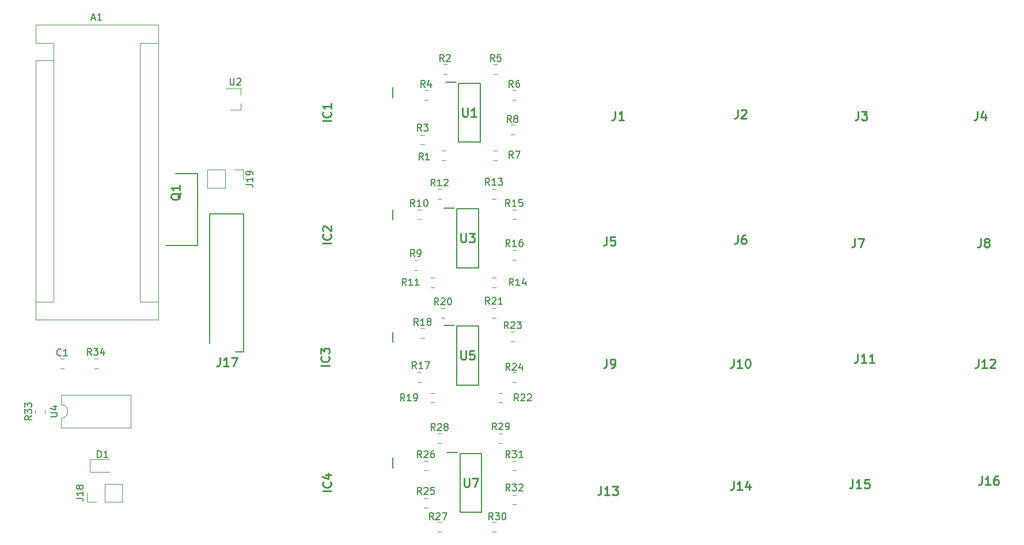
<source format=gbr>
%TF.GenerationSoftware,KiCad,Pcbnew,(5.1.7)-1*%
%TF.CreationDate,2020-10-31T18:56:12+01:00*%
%TF.ProjectId,MidiToCV,4d696469-546f-4435-962e-6b696361645f,rev?*%
%TF.SameCoordinates,Original*%
%TF.FileFunction,Legend,Top*%
%TF.FilePolarity,Positive*%
%FSLAX46Y46*%
G04 Gerber Fmt 4.6, Leading zero omitted, Abs format (unit mm)*
G04 Created by KiCad (PCBNEW (5.1.7)-1) date 2020-10-31 18:56:12*
%MOMM*%
%LPD*%
G01*
G04 APERTURE LIST*
%ADD10C,0.200000*%
%ADD11C,0.120000*%
%ADD12C,0.254000*%
%ADD13C,0.150000*%
G04 APERTURE END LIST*
D10*
%TO.C,Q1*%
X57750000Y-46560000D02*
X62450000Y-46560000D01*
X62450000Y-46560000D02*
X62450000Y-36020000D01*
X62450000Y-36020000D02*
X59250000Y-36020000D01*
D11*
%TO.C,J19*%
X63880000Y-35420000D02*
X63880000Y-38080000D01*
X66480000Y-35420000D02*
X63880000Y-35420000D01*
X66480000Y-38080000D02*
X63880000Y-38080000D01*
X66480000Y-35420000D02*
X66480000Y-38080000D01*
X67750000Y-35420000D02*
X69080000Y-35420000D01*
X69080000Y-35420000D02*
X69080000Y-36750000D01*
%TO.C,U4*%
X42360000Y-70000000D02*
G75*
G02*
X42360000Y-72000000I0J-1000000D01*
G01*
X42360000Y-72000000D02*
X42360000Y-73450000D01*
X42360000Y-73450000D02*
X52640000Y-73450000D01*
X52640000Y-73450000D02*
X52640000Y-68550000D01*
X52640000Y-68550000D02*
X42360000Y-68550000D01*
X42360000Y-68550000D02*
X42360000Y-70000000D01*
%TO.C,R34*%
X47761252Y-64710000D02*
X47238748Y-64710000D01*
X47761252Y-63290000D02*
X47238748Y-63290000D01*
%TO.C,R33*%
X38540000Y-71286252D02*
X38540000Y-70763748D01*
X39960000Y-71286252D02*
X39960000Y-70763748D01*
%TO.C,J18*%
X51370000Y-84330000D02*
X51370000Y-81670000D01*
X48770000Y-84330000D02*
X51370000Y-84330000D01*
X48770000Y-81670000D02*
X51370000Y-81670000D01*
X48770000Y-84330000D02*
X48770000Y-81670000D01*
X47500000Y-84330000D02*
X46170000Y-84330000D01*
X46170000Y-84330000D02*
X46170000Y-83000000D01*
D10*
%TO.C,J17*%
X68000000Y-62270000D02*
X69210000Y-62270000D01*
X69210000Y-62270000D02*
X69210000Y-41950000D01*
X69210000Y-41950000D02*
X64250000Y-41950000D01*
X64250000Y-41950000D02*
X64250000Y-61000000D01*
D11*
%TO.C,D1*%
X49475000Y-78040000D02*
X46615000Y-78040000D01*
X46615000Y-78040000D02*
X46615000Y-79960000D01*
X46615000Y-79960000D02*
X49475000Y-79960000D01*
%TO.C,C1*%
X42263748Y-63290000D02*
X42786252Y-63290000D01*
X42263748Y-64710000D02*
X42786252Y-64710000D01*
%TO.C,U2*%
X68760000Y-26580000D02*
X68760000Y-25650000D01*
X68760000Y-23420000D02*
X68760000Y-24350000D01*
X68760000Y-23420000D02*
X66600000Y-23420000D01*
X68760000Y-26580000D02*
X67300000Y-26580000D01*
D10*
%TO.C,IC4*%
X91150000Y-77825000D02*
X91150000Y-79300000D01*
%TO.C,IC3*%
X91150000Y-59325000D02*
X91150000Y-60800000D01*
%TO.C,IC2*%
X91150000Y-41325000D02*
X91150000Y-42800000D01*
%TO.C,IC1*%
X91150000Y-23325000D02*
X91150000Y-24800000D01*
%TO.C,U7*%
X101005000Y-77190000D02*
X104205000Y-77190000D01*
X104205000Y-77190000D02*
X104205000Y-85840000D01*
X104205000Y-85840000D02*
X101005000Y-85840000D01*
X101005000Y-85840000D02*
X101005000Y-77190000D01*
X99130000Y-77030000D02*
X100655000Y-77030000D01*
%TO.C,U5*%
X100525000Y-58460000D02*
X103725000Y-58460000D01*
X103725000Y-58460000D02*
X103725000Y-67110000D01*
X103725000Y-67110000D02*
X100525000Y-67110000D01*
X100525000Y-67110000D02*
X100525000Y-58460000D01*
X98650000Y-58300000D02*
X100175000Y-58300000D01*
%TO.C,U3*%
X100525000Y-41190000D02*
X103725000Y-41190000D01*
X103725000Y-41190000D02*
X103725000Y-49840000D01*
X103725000Y-49840000D02*
X100525000Y-49840000D01*
X100525000Y-49840000D02*
X100525000Y-41190000D01*
X98650000Y-41030000D02*
X100175000Y-41030000D01*
D11*
%TO.C,R32*%
X109261252Y-84710000D02*
X108738748Y-84710000D01*
X109261252Y-83290000D02*
X108738748Y-83290000D01*
%TO.C,R31*%
X108738748Y-78290000D02*
X109261252Y-78290000D01*
X108738748Y-79710000D02*
X109261252Y-79710000D01*
%TO.C,R30*%
X105738748Y-87290000D02*
X106261252Y-87290000D01*
X105738748Y-88710000D02*
X106261252Y-88710000D01*
%TO.C,R29*%
X107261252Y-75710000D02*
X106738748Y-75710000D01*
X107261252Y-74290000D02*
X106738748Y-74290000D01*
%TO.C,R28*%
X97738748Y-74290000D02*
X98261252Y-74290000D01*
X97738748Y-75710000D02*
X98261252Y-75710000D01*
%TO.C,R27*%
X98261252Y-88710000D02*
X97738748Y-88710000D01*
X98261252Y-87290000D02*
X97738748Y-87290000D01*
%TO.C,R26*%
X95738748Y-78290000D02*
X96261252Y-78290000D01*
X95738748Y-79710000D02*
X96261252Y-79710000D01*
%TO.C,R25*%
X96261252Y-85210000D02*
X95738748Y-85210000D01*
X96261252Y-83790000D02*
X95738748Y-83790000D01*
%TO.C,R24*%
X109261252Y-66710000D02*
X108738748Y-66710000D01*
X109261252Y-65290000D02*
X108738748Y-65290000D01*
%TO.C,R23*%
X108488748Y-59290000D02*
X109011252Y-59290000D01*
X108488748Y-60710000D02*
X109011252Y-60710000D01*
%TO.C,R22*%
X106738748Y-68290000D02*
X107261252Y-68290000D01*
X106738748Y-69710000D02*
X107261252Y-69710000D01*
%TO.C,R21*%
X106261252Y-57210000D02*
X105738748Y-57210000D01*
X106261252Y-55790000D02*
X105738748Y-55790000D01*
%TO.C,R20*%
X98238748Y-55790000D02*
X98761252Y-55790000D01*
X98238748Y-57210000D02*
X98761252Y-57210000D01*
%TO.C,R19*%
X97261252Y-69710000D02*
X96738748Y-69710000D01*
X97261252Y-68290000D02*
X96738748Y-68290000D01*
%TO.C,R18*%
X95238748Y-58790000D02*
X95761252Y-58790000D01*
X95238748Y-60210000D02*
X95761252Y-60210000D01*
%TO.C,R17*%
X95261252Y-66710000D02*
X94738748Y-66710000D01*
X95261252Y-65290000D02*
X94738748Y-65290000D01*
%TO.C,R16*%
X109261252Y-48710000D02*
X108738748Y-48710000D01*
X109261252Y-47290000D02*
X108738748Y-47290000D01*
%TO.C,R15*%
X108713748Y-41290000D02*
X109236252Y-41290000D01*
X108713748Y-42710000D02*
X109236252Y-42710000D01*
%TO.C,R14*%
X105738748Y-51290000D02*
X106261252Y-51290000D01*
X105738748Y-52710000D02*
X106261252Y-52710000D01*
%TO.C,R13*%
X106261252Y-39710000D02*
X105738748Y-39710000D01*
X106261252Y-38290000D02*
X105738748Y-38290000D01*
%TO.C,R12*%
X97738748Y-38290000D02*
X98261252Y-38290000D01*
X97738748Y-39710000D02*
X98261252Y-39710000D01*
%TO.C,R11*%
X97261252Y-52710000D02*
X96738748Y-52710000D01*
X97261252Y-51290000D02*
X96738748Y-51290000D01*
%TO.C,R10*%
X94738748Y-41290000D02*
X95261252Y-41290000D01*
X94738748Y-42710000D02*
X95261252Y-42710000D01*
%TO.C,R9*%
X94761252Y-50210000D02*
X94238748Y-50210000D01*
X94761252Y-48790000D02*
X94238748Y-48790000D01*
D10*
%TO.C,U1*%
X98905000Y-22505000D02*
X100430000Y-22505000D01*
X100780000Y-31315000D02*
X100780000Y-22665000D01*
X103980000Y-31315000D02*
X100780000Y-31315000D01*
X103980000Y-22665000D02*
X103980000Y-31315000D01*
X100780000Y-22665000D02*
X103980000Y-22665000D01*
D11*
%TO.C,R8*%
X108991252Y-30240000D02*
X108468748Y-30240000D01*
X108991252Y-28820000D02*
X108468748Y-28820000D01*
%TO.C,R7*%
X105928748Y-32630000D02*
X106451252Y-32630000D01*
X105928748Y-34050000D02*
X106451252Y-34050000D01*
%TO.C,R6*%
X108738748Y-23740000D02*
X109261252Y-23740000D01*
X108738748Y-25160000D02*
X109261252Y-25160000D01*
%TO.C,R5*%
X106451252Y-21350000D02*
X105928748Y-21350000D01*
X106451252Y-19930000D02*
X105928748Y-19930000D01*
%TO.C,R4*%
X95768748Y-23740000D02*
X96291252Y-23740000D01*
X95768748Y-25160000D02*
X96291252Y-25160000D01*
%TO.C,R3*%
X95761252Y-31710000D02*
X95238748Y-31710000D01*
X95761252Y-30290000D02*
X95238748Y-30290000D01*
%TO.C,R2*%
X98553748Y-19930000D02*
X99076252Y-19930000D01*
X98553748Y-21350000D02*
X99076252Y-21350000D01*
%TO.C,R1*%
X98831252Y-34050000D02*
X98308748Y-34050000D01*
X98831252Y-32630000D02*
X98308748Y-32630000D01*
%TO.C,A1*%
X41270000Y-19270000D02*
X41270000Y-16730000D01*
X41270000Y-16730000D02*
X38600000Y-16730000D01*
X38600000Y-19270000D02*
X38600000Y-57500000D01*
X38600000Y-14060000D02*
X38600000Y-16730000D01*
X53970000Y-16730000D02*
X56640000Y-16730000D01*
X53970000Y-16730000D02*
X53970000Y-54830000D01*
X53970000Y-54830000D02*
X56640000Y-54830000D01*
X41270000Y-19270000D02*
X38600000Y-19270000D01*
X41270000Y-19270000D02*
X41270000Y-54830000D01*
X41270000Y-54830000D02*
X38600000Y-54830000D01*
X38600000Y-57500000D02*
X56640000Y-57500000D01*
X56640000Y-57500000D02*
X56640000Y-14060000D01*
X56640000Y-14060000D02*
X38600000Y-14060000D01*
%TO.C,J14*%
D12*
X141221904Y-81304523D02*
X141221904Y-82211666D01*
X141161428Y-82393095D01*
X141040476Y-82514047D01*
X140859047Y-82574523D01*
X140738095Y-82574523D01*
X142491904Y-82574523D02*
X141766190Y-82574523D01*
X142129047Y-82574523D02*
X142129047Y-81304523D01*
X142008095Y-81485952D01*
X141887142Y-81606904D01*
X141766190Y-81667380D01*
X143580476Y-81727857D02*
X143580476Y-82574523D01*
X143278095Y-81244047D02*
X142975714Y-82151190D01*
X143761904Y-82151190D01*
%TO.C,J10*%
X141221904Y-63304523D02*
X141221904Y-64211666D01*
X141161428Y-64393095D01*
X141040476Y-64514047D01*
X140859047Y-64574523D01*
X140738095Y-64574523D01*
X142491904Y-64574523D02*
X141766190Y-64574523D01*
X142129047Y-64574523D02*
X142129047Y-63304523D01*
X142008095Y-63485952D01*
X141887142Y-63606904D01*
X141766190Y-63667380D01*
X143278095Y-63304523D02*
X143399047Y-63304523D01*
X143520000Y-63365000D01*
X143580476Y-63425476D01*
X143640952Y-63546428D01*
X143701428Y-63788333D01*
X143701428Y-64090714D01*
X143640952Y-64332619D01*
X143580476Y-64453571D01*
X143520000Y-64514047D01*
X143399047Y-64574523D01*
X143278095Y-64574523D01*
X143157142Y-64514047D01*
X143096666Y-64453571D01*
X143036190Y-64332619D01*
X142975714Y-64090714D01*
X142975714Y-63788333D01*
X143036190Y-63546428D01*
X143096666Y-63425476D01*
X143157142Y-63365000D01*
X143278095Y-63304523D01*
%TO.C,J6*%
X141826666Y-45054523D02*
X141826666Y-45961666D01*
X141766190Y-46143095D01*
X141645238Y-46264047D01*
X141463809Y-46324523D01*
X141342857Y-46324523D01*
X142975714Y-45054523D02*
X142733809Y-45054523D01*
X142612857Y-45115000D01*
X142552380Y-45175476D01*
X142431428Y-45356904D01*
X142370952Y-45598809D01*
X142370952Y-46082619D01*
X142431428Y-46203571D01*
X142491904Y-46264047D01*
X142612857Y-46324523D01*
X142854761Y-46324523D01*
X142975714Y-46264047D01*
X143036190Y-46203571D01*
X143096666Y-46082619D01*
X143096666Y-45780238D01*
X143036190Y-45659285D01*
X142975714Y-45598809D01*
X142854761Y-45538333D01*
X142612857Y-45538333D01*
X142491904Y-45598809D01*
X142431428Y-45659285D01*
X142370952Y-45780238D01*
%TO.C,J2*%
X141826666Y-26554523D02*
X141826666Y-27461666D01*
X141766190Y-27643095D01*
X141645238Y-27764047D01*
X141463809Y-27824523D01*
X141342857Y-27824523D01*
X142370952Y-26675476D02*
X142431428Y-26615000D01*
X142552380Y-26554523D01*
X142854761Y-26554523D01*
X142975714Y-26615000D01*
X143036190Y-26675476D01*
X143096666Y-26796428D01*
X143096666Y-26917380D01*
X143036190Y-27098809D01*
X142310476Y-27824523D01*
X143096666Y-27824523D01*
%TO.C,J8*%
X177576666Y-45554523D02*
X177576666Y-46461666D01*
X177516190Y-46643095D01*
X177395238Y-46764047D01*
X177213809Y-46824523D01*
X177092857Y-46824523D01*
X178362857Y-46098809D02*
X178241904Y-46038333D01*
X178181428Y-45977857D01*
X178120952Y-45856904D01*
X178120952Y-45796428D01*
X178181428Y-45675476D01*
X178241904Y-45615000D01*
X178362857Y-45554523D01*
X178604761Y-45554523D01*
X178725714Y-45615000D01*
X178786190Y-45675476D01*
X178846666Y-45796428D01*
X178846666Y-45856904D01*
X178786190Y-45977857D01*
X178725714Y-46038333D01*
X178604761Y-46098809D01*
X178362857Y-46098809D01*
X178241904Y-46159285D01*
X178181428Y-46219761D01*
X178120952Y-46340714D01*
X178120952Y-46582619D01*
X178181428Y-46703571D01*
X178241904Y-46764047D01*
X178362857Y-46824523D01*
X178604761Y-46824523D01*
X178725714Y-46764047D01*
X178786190Y-46703571D01*
X178846666Y-46582619D01*
X178846666Y-46340714D01*
X178786190Y-46219761D01*
X178725714Y-46159285D01*
X178604761Y-46098809D01*
%TO.C,J16*%
X177721904Y-80554523D02*
X177721904Y-81461666D01*
X177661428Y-81643095D01*
X177540476Y-81764047D01*
X177359047Y-81824523D01*
X177238095Y-81824523D01*
X178991904Y-81824523D02*
X178266190Y-81824523D01*
X178629047Y-81824523D02*
X178629047Y-80554523D01*
X178508095Y-80735952D01*
X178387142Y-80856904D01*
X178266190Y-80917380D01*
X180080476Y-80554523D02*
X179838571Y-80554523D01*
X179717619Y-80615000D01*
X179657142Y-80675476D01*
X179536190Y-80856904D01*
X179475714Y-81098809D01*
X179475714Y-81582619D01*
X179536190Y-81703571D01*
X179596666Y-81764047D01*
X179717619Y-81824523D01*
X179959523Y-81824523D01*
X180080476Y-81764047D01*
X180140952Y-81703571D01*
X180201428Y-81582619D01*
X180201428Y-81280238D01*
X180140952Y-81159285D01*
X180080476Y-81098809D01*
X179959523Y-81038333D01*
X179717619Y-81038333D01*
X179596666Y-81098809D01*
X179536190Y-81159285D01*
X179475714Y-81280238D01*
%TO.C,J15*%
X158721904Y-81054523D02*
X158721904Y-81961666D01*
X158661428Y-82143095D01*
X158540476Y-82264047D01*
X158359047Y-82324523D01*
X158238095Y-82324523D01*
X159991904Y-82324523D02*
X159266190Y-82324523D01*
X159629047Y-82324523D02*
X159629047Y-81054523D01*
X159508095Y-81235952D01*
X159387142Y-81356904D01*
X159266190Y-81417380D01*
X161140952Y-81054523D02*
X160536190Y-81054523D01*
X160475714Y-81659285D01*
X160536190Y-81598809D01*
X160657142Y-81538333D01*
X160959523Y-81538333D01*
X161080476Y-81598809D01*
X161140952Y-81659285D01*
X161201428Y-81780238D01*
X161201428Y-82082619D01*
X161140952Y-82203571D01*
X161080476Y-82264047D01*
X160959523Y-82324523D01*
X160657142Y-82324523D01*
X160536190Y-82264047D01*
X160475714Y-82203571D01*
%TO.C,J13*%
X121721904Y-82054523D02*
X121721904Y-82961666D01*
X121661428Y-83143095D01*
X121540476Y-83264047D01*
X121359047Y-83324523D01*
X121238095Y-83324523D01*
X122991904Y-83324523D02*
X122266190Y-83324523D01*
X122629047Y-83324523D02*
X122629047Y-82054523D01*
X122508095Y-82235952D01*
X122387142Y-82356904D01*
X122266190Y-82417380D01*
X123415238Y-82054523D02*
X124201428Y-82054523D01*
X123778095Y-82538333D01*
X123959523Y-82538333D01*
X124080476Y-82598809D01*
X124140952Y-82659285D01*
X124201428Y-82780238D01*
X124201428Y-83082619D01*
X124140952Y-83203571D01*
X124080476Y-83264047D01*
X123959523Y-83324523D01*
X123596666Y-83324523D01*
X123475714Y-83264047D01*
X123415238Y-83203571D01*
%TO.C,J12*%
X177221904Y-63304523D02*
X177221904Y-64211666D01*
X177161428Y-64393095D01*
X177040476Y-64514047D01*
X176859047Y-64574523D01*
X176738095Y-64574523D01*
X178491904Y-64574523D02*
X177766190Y-64574523D01*
X178129047Y-64574523D02*
X178129047Y-63304523D01*
X178008095Y-63485952D01*
X177887142Y-63606904D01*
X177766190Y-63667380D01*
X178975714Y-63425476D02*
X179036190Y-63365000D01*
X179157142Y-63304523D01*
X179459523Y-63304523D01*
X179580476Y-63365000D01*
X179640952Y-63425476D01*
X179701428Y-63546428D01*
X179701428Y-63667380D01*
X179640952Y-63848809D01*
X178915238Y-64574523D01*
X179701428Y-64574523D01*
%TO.C,J11*%
X159471904Y-62554523D02*
X159471904Y-63461666D01*
X159411428Y-63643095D01*
X159290476Y-63764047D01*
X159109047Y-63824523D01*
X158988095Y-63824523D01*
X160741904Y-63824523D02*
X160016190Y-63824523D01*
X160379047Y-63824523D02*
X160379047Y-62554523D01*
X160258095Y-62735952D01*
X160137142Y-62856904D01*
X160016190Y-62917380D01*
X161951428Y-63824523D02*
X161225714Y-63824523D01*
X161588571Y-63824523D02*
X161588571Y-62554523D01*
X161467619Y-62735952D01*
X161346666Y-62856904D01*
X161225714Y-62917380D01*
%TO.C,J9*%
X122576666Y-63304523D02*
X122576666Y-64211666D01*
X122516190Y-64393095D01*
X122395238Y-64514047D01*
X122213809Y-64574523D01*
X122092857Y-64574523D01*
X123241904Y-64574523D02*
X123483809Y-64574523D01*
X123604761Y-64514047D01*
X123665238Y-64453571D01*
X123786190Y-64272142D01*
X123846666Y-64030238D01*
X123846666Y-63546428D01*
X123786190Y-63425476D01*
X123725714Y-63365000D01*
X123604761Y-63304523D01*
X123362857Y-63304523D01*
X123241904Y-63365000D01*
X123181428Y-63425476D01*
X123120952Y-63546428D01*
X123120952Y-63848809D01*
X123181428Y-63969761D01*
X123241904Y-64030238D01*
X123362857Y-64090714D01*
X123604761Y-64090714D01*
X123725714Y-64030238D01*
X123786190Y-63969761D01*
X123846666Y-63848809D01*
%TO.C,J7*%
X159076666Y-45554523D02*
X159076666Y-46461666D01*
X159016190Y-46643095D01*
X158895238Y-46764047D01*
X158713809Y-46824523D01*
X158592857Y-46824523D01*
X159560476Y-45554523D02*
X160407142Y-45554523D01*
X159862857Y-46824523D01*
%TO.C,J5*%
X122576666Y-45304523D02*
X122576666Y-46211666D01*
X122516190Y-46393095D01*
X122395238Y-46514047D01*
X122213809Y-46574523D01*
X122092857Y-46574523D01*
X123786190Y-45304523D02*
X123181428Y-45304523D01*
X123120952Y-45909285D01*
X123181428Y-45848809D01*
X123302380Y-45788333D01*
X123604761Y-45788333D01*
X123725714Y-45848809D01*
X123786190Y-45909285D01*
X123846666Y-46030238D01*
X123846666Y-46332619D01*
X123786190Y-46453571D01*
X123725714Y-46514047D01*
X123604761Y-46574523D01*
X123302380Y-46574523D01*
X123181428Y-46514047D01*
X123120952Y-46453571D01*
%TO.C,J4*%
X177076666Y-26804523D02*
X177076666Y-27711666D01*
X177016190Y-27893095D01*
X176895238Y-28014047D01*
X176713809Y-28074523D01*
X176592857Y-28074523D01*
X178225714Y-27227857D02*
X178225714Y-28074523D01*
X177923333Y-26744047D02*
X177620952Y-27651190D01*
X178407142Y-27651190D01*
%TO.C,J1*%
X123826666Y-26804523D02*
X123826666Y-27711666D01*
X123766190Y-27893095D01*
X123645238Y-28014047D01*
X123463809Y-28074523D01*
X123342857Y-28074523D01*
X125096666Y-28074523D02*
X124370952Y-28074523D01*
X124733809Y-28074523D02*
X124733809Y-26804523D01*
X124612857Y-26985952D01*
X124491904Y-27106904D01*
X124370952Y-27167380D01*
%TO.C,J3*%
X159576666Y-26804523D02*
X159576666Y-27711666D01*
X159516190Y-27893095D01*
X159395238Y-28014047D01*
X159213809Y-28074523D01*
X159092857Y-28074523D01*
X160060476Y-26804523D02*
X160846666Y-26804523D01*
X160423333Y-27288333D01*
X160604761Y-27288333D01*
X160725714Y-27348809D01*
X160786190Y-27409285D01*
X160846666Y-27530238D01*
X160846666Y-27832619D01*
X160786190Y-27953571D01*
X160725714Y-28014047D01*
X160604761Y-28074523D01*
X160241904Y-28074523D01*
X160120952Y-28014047D01*
X160060476Y-27953571D01*
%TO.C,Q1*%
X59945476Y-38870952D02*
X59885000Y-38991904D01*
X59764047Y-39112857D01*
X59582619Y-39294285D01*
X59522142Y-39415238D01*
X59522142Y-39536190D01*
X59824523Y-39475714D02*
X59764047Y-39596666D01*
X59643095Y-39717619D01*
X59401190Y-39778095D01*
X58977857Y-39778095D01*
X58735952Y-39717619D01*
X58615000Y-39596666D01*
X58554523Y-39475714D01*
X58554523Y-39233809D01*
X58615000Y-39112857D01*
X58735952Y-38991904D01*
X58977857Y-38931428D01*
X59401190Y-38931428D01*
X59643095Y-38991904D01*
X59764047Y-39112857D01*
X59824523Y-39233809D01*
X59824523Y-39475714D01*
X59824523Y-37721904D02*
X59824523Y-38447619D01*
X59824523Y-38084761D02*
X58554523Y-38084761D01*
X58735952Y-38205714D01*
X58856904Y-38326666D01*
X58917380Y-38447619D01*
%TO.C,J19*%
D13*
X69532380Y-37559523D02*
X70246666Y-37559523D01*
X70389523Y-37607142D01*
X70484761Y-37702380D01*
X70532380Y-37845238D01*
X70532380Y-37940476D01*
X70532380Y-36559523D02*
X70532380Y-37130952D01*
X70532380Y-36845238D02*
X69532380Y-36845238D01*
X69675238Y-36940476D01*
X69770476Y-37035714D01*
X69818095Y-37130952D01*
X70532380Y-36083333D02*
X70532380Y-35892857D01*
X70484761Y-35797619D01*
X70437142Y-35750000D01*
X70294285Y-35654761D01*
X70103809Y-35607142D01*
X69722857Y-35607142D01*
X69627619Y-35654761D01*
X69580000Y-35702380D01*
X69532380Y-35797619D01*
X69532380Y-35988095D01*
X69580000Y-36083333D01*
X69627619Y-36130952D01*
X69722857Y-36178571D01*
X69960952Y-36178571D01*
X70056190Y-36130952D01*
X70103809Y-36083333D01*
X70151428Y-35988095D01*
X70151428Y-35797619D01*
X70103809Y-35702380D01*
X70056190Y-35654761D01*
X69960952Y-35607142D01*
%TO.C,U4*%
X40812380Y-71761904D02*
X41621904Y-71761904D01*
X41717142Y-71714285D01*
X41764761Y-71666666D01*
X41812380Y-71571428D01*
X41812380Y-71380952D01*
X41764761Y-71285714D01*
X41717142Y-71238095D01*
X41621904Y-71190476D01*
X40812380Y-71190476D01*
X41145714Y-70285714D02*
X41812380Y-70285714D01*
X40764761Y-70523809D02*
X41479047Y-70761904D01*
X41479047Y-70142857D01*
%TO.C,R34*%
X46857142Y-62702380D02*
X46523809Y-62226190D01*
X46285714Y-62702380D02*
X46285714Y-61702380D01*
X46666666Y-61702380D01*
X46761904Y-61750000D01*
X46809523Y-61797619D01*
X46857142Y-61892857D01*
X46857142Y-62035714D01*
X46809523Y-62130952D01*
X46761904Y-62178571D01*
X46666666Y-62226190D01*
X46285714Y-62226190D01*
X47190476Y-61702380D02*
X47809523Y-61702380D01*
X47476190Y-62083333D01*
X47619047Y-62083333D01*
X47714285Y-62130952D01*
X47761904Y-62178571D01*
X47809523Y-62273809D01*
X47809523Y-62511904D01*
X47761904Y-62607142D01*
X47714285Y-62654761D01*
X47619047Y-62702380D01*
X47333333Y-62702380D01*
X47238095Y-62654761D01*
X47190476Y-62607142D01*
X48666666Y-62035714D02*
X48666666Y-62702380D01*
X48428571Y-61654761D02*
X48190476Y-62369047D01*
X48809523Y-62369047D01*
%TO.C,R33*%
X38052380Y-71667857D02*
X37576190Y-72001190D01*
X38052380Y-72239285D02*
X37052380Y-72239285D01*
X37052380Y-71858333D01*
X37100000Y-71763095D01*
X37147619Y-71715476D01*
X37242857Y-71667857D01*
X37385714Y-71667857D01*
X37480952Y-71715476D01*
X37528571Y-71763095D01*
X37576190Y-71858333D01*
X37576190Y-72239285D01*
X37052380Y-71334523D02*
X37052380Y-70715476D01*
X37433333Y-71048809D01*
X37433333Y-70905952D01*
X37480952Y-70810714D01*
X37528571Y-70763095D01*
X37623809Y-70715476D01*
X37861904Y-70715476D01*
X37957142Y-70763095D01*
X38004761Y-70810714D01*
X38052380Y-70905952D01*
X38052380Y-71191666D01*
X38004761Y-71286904D01*
X37957142Y-71334523D01*
X37052380Y-70382142D02*
X37052380Y-69763095D01*
X37433333Y-70096428D01*
X37433333Y-69953571D01*
X37480952Y-69858333D01*
X37528571Y-69810714D01*
X37623809Y-69763095D01*
X37861904Y-69763095D01*
X37957142Y-69810714D01*
X38004761Y-69858333D01*
X38052380Y-69953571D01*
X38052380Y-70239285D01*
X38004761Y-70334523D01*
X37957142Y-70382142D01*
%TO.C,J18*%
X44622380Y-83809523D02*
X45336666Y-83809523D01*
X45479523Y-83857142D01*
X45574761Y-83952380D01*
X45622380Y-84095238D01*
X45622380Y-84190476D01*
X45622380Y-82809523D02*
X45622380Y-83380952D01*
X45622380Y-83095238D02*
X44622380Y-83095238D01*
X44765238Y-83190476D01*
X44860476Y-83285714D01*
X44908095Y-83380952D01*
X45050952Y-82238095D02*
X45003333Y-82333333D01*
X44955714Y-82380952D01*
X44860476Y-82428571D01*
X44812857Y-82428571D01*
X44717619Y-82380952D01*
X44670000Y-82333333D01*
X44622380Y-82238095D01*
X44622380Y-82047619D01*
X44670000Y-81952380D01*
X44717619Y-81904761D01*
X44812857Y-81857142D01*
X44860476Y-81857142D01*
X44955714Y-81904761D01*
X45003333Y-81952380D01*
X45050952Y-82047619D01*
X45050952Y-82238095D01*
X45098571Y-82333333D01*
X45146190Y-82380952D01*
X45241428Y-82428571D01*
X45431904Y-82428571D01*
X45527142Y-82380952D01*
X45574761Y-82333333D01*
X45622380Y-82238095D01*
X45622380Y-82047619D01*
X45574761Y-81952380D01*
X45527142Y-81904761D01*
X45431904Y-81857142D01*
X45241428Y-81857142D01*
X45146190Y-81904761D01*
X45098571Y-81952380D01*
X45050952Y-82047619D01*
%TO.C,J17*%
D12*
X65721904Y-63054523D02*
X65721904Y-63961666D01*
X65661428Y-64143095D01*
X65540476Y-64264047D01*
X65359047Y-64324523D01*
X65238095Y-64324523D01*
X66991904Y-64324523D02*
X66266190Y-64324523D01*
X66629047Y-64324523D02*
X66629047Y-63054523D01*
X66508095Y-63235952D01*
X66387142Y-63356904D01*
X66266190Y-63417380D01*
X67415238Y-63054523D02*
X68261904Y-63054523D01*
X67717619Y-64324523D01*
%TO.C,D1*%
D13*
X47736904Y-77802380D02*
X47736904Y-76802380D01*
X47975000Y-76802380D01*
X48117857Y-76850000D01*
X48213095Y-76945238D01*
X48260714Y-77040476D01*
X48308333Y-77230952D01*
X48308333Y-77373809D01*
X48260714Y-77564285D01*
X48213095Y-77659523D01*
X48117857Y-77754761D01*
X47975000Y-77802380D01*
X47736904Y-77802380D01*
X49260714Y-77802380D02*
X48689285Y-77802380D01*
X48975000Y-77802380D02*
X48975000Y-76802380D01*
X48879761Y-76945238D01*
X48784523Y-77040476D01*
X48689285Y-77088095D01*
%TO.C,C1*%
X42358333Y-62707142D02*
X42310714Y-62754761D01*
X42167857Y-62802380D01*
X42072619Y-62802380D01*
X41929761Y-62754761D01*
X41834523Y-62659523D01*
X41786904Y-62564285D01*
X41739285Y-62373809D01*
X41739285Y-62230952D01*
X41786904Y-62040476D01*
X41834523Y-61945238D01*
X41929761Y-61850000D01*
X42072619Y-61802380D01*
X42167857Y-61802380D01*
X42310714Y-61850000D01*
X42358333Y-61897619D01*
X43310714Y-62802380D02*
X42739285Y-62802380D01*
X43025000Y-62802380D02*
X43025000Y-61802380D01*
X42929761Y-61945238D01*
X42834523Y-62040476D01*
X42739285Y-62088095D01*
%TO.C,U2*%
X67238095Y-21952380D02*
X67238095Y-22761904D01*
X67285714Y-22857142D01*
X67333333Y-22904761D01*
X67428571Y-22952380D01*
X67619047Y-22952380D01*
X67714285Y-22904761D01*
X67761904Y-22857142D01*
X67809523Y-22761904D01*
X67809523Y-21952380D01*
X68238095Y-22047619D02*
X68285714Y-22000000D01*
X68380952Y-21952380D01*
X68619047Y-21952380D01*
X68714285Y-22000000D01*
X68761904Y-22047619D01*
X68809523Y-22142857D01*
X68809523Y-22238095D01*
X68761904Y-22380952D01*
X68190476Y-22952380D01*
X68809523Y-22952380D01*
%TO.C,IC4*%
D12*
X82074523Y-82739761D02*
X80804523Y-82739761D01*
X81953571Y-81409285D02*
X82014047Y-81469761D01*
X82074523Y-81651190D01*
X82074523Y-81772142D01*
X82014047Y-81953571D01*
X81893095Y-82074523D01*
X81772142Y-82135000D01*
X81530238Y-82195476D01*
X81348809Y-82195476D01*
X81106904Y-82135000D01*
X80985952Y-82074523D01*
X80865000Y-81953571D01*
X80804523Y-81772142D01*
X80804523Y-81651190D01*
X80865000Y-81469761D01*
X80925476Y-81409285D01*
X81227857Y-80320714D02*
X82074523Y-80320714D01*
X80744047Y-80623095D02*
X81651190Y-80925476D01*
X81651190Y-80139285D01*
%TO.C,IC3*%
X81824523Y-64239761D02*
X80554523Y-64239761D01*
X81703571Y-62909285D02*
X81764047Y-62969761D01*
X81824523Y-63151190D01*
X81824523Y-63272142D01*
X81764047Y-63453571D01*
X81643095Y-63574523D01*
X81522142Y-63635000D01*
X81280238Y-63695476D01*
X81098809Y-63695476D01*
X80856904Y-63635000D01*
X80735952Y-63574523D01*
X80615000Y-63453571D01*
X80554523Y-63272142D01*
X80554523Y-63151190D01*
X80615000Y-62969761D01*
X80675476Y-62909285D01*
X80554523Y-62485952D02*
X80554523Y-61699761D01*
X81038333Y-62123095D01*
X81038333Y-61941666D01*
X81098809Y-61820714D01*
X81159285Y-61760238D01*
X81280238Y-61699761D01*
X81582619Y-61699761D01*
X81703571Y-61760238D01*
X81764047Y-61820714D01*
X81824523Y-61941666D01*
X81824523Y-62304523D01*
X81764047Y-62425476D01*
X81703571Y-62485952D01*
%TO.C,IC2*%
X82074523Y-46239761D02*
X80804523Y-46239761D01*
X81953571Y-44909285D02*
X82014047Y-44969761D01*
X82074523Y-45151190D01*
X82074523Y-45272142D01*
X82014047Y-45453571D01*
X81893095Y-45574523D01*
X81772142Y-45635000D01*
X81530238Y-45695476D01*
X81348809Y-45695476D01*
X81106904Y-45635000D01*
X80985952Y-45574523D01*
X80865000Y-45453571D01*
X80804523Y-45272142D01*
X80804523Y-45151190D01*
X80865000Y-44969761D01*
X80925476Y-44909285D01*
X80925476Y-44425476D02*
X80865000Y-44365000D01*
X80804523Y-44244047D01*
X80804523Y-43941666D01*
X80865000Y-43820714D01*
X80925476Y-43760238D01*
X81046428Y-43699761D01*
X81167380Y-43699761D01*
X81348809Y-43760238D01*
X82074523Y-44485952D01*
X82074523Y-43699761D01*
%TO.C,IC1*%
X82074523Y-28239761D02*
X80804523Y-28239761D01*
X81953571Y-26909285D02*
X82014047Y-26969761D01*
X82074523Y-27151190D01*
X82074523Y-27272142D01*
X82014047Y-27453571D01*
X81893095Y-27574523D01*
X81772142Y-27635000D01*
X81530238Y-27695476D01*
X81348809Y-27695476D01*
X81106904Y-27635000D01*
X80985952Y-27574523D01*
X80865000Y-27453571D01*
X80804523Y-27272142D01*
X80804523Y-27151190D01*
X80865000Y-26969761D01*
X80925476Y-26909285D01*
X82074523Y-25699761D02*
X82074523Y-26425476D01*
X82074523Y-26062619D02*
X80804523Y-26062619D01*
X80985952Y-26183571D01*
X81106904Y-26304523D01*
X81167380Y-26425476D01*
%TO.C,U7*%
X101637380Y-80819523D02*
X101637380Y-81847619D01*
X101697857Y-81968571D01*
X101758333Y-82029047D01*
X101879285Y-82089523D01*
X102121190Y-82089523D01*
X102242142Y-82029047D01*
X102302619Y-81968571D01*
X102363095Y-81847619D01*
X102363095Y-80819523D01*
X102846904Y-80819523D02*
X103693571Y-80819523D01*
X103149285Y-82089523D01*
%TO.C,U5*%
X101157380Y-62089523D02*
X101157380Y-63117619D01*
X101217857Y-63238571D01*
X101278333Y-63299047D01*
X101399285Y-63359523D01*
X101641190Y-63359523D01*
X101762142Y-63299047D01*
X101822619Y-63238571D01*
X101883095Y-63117619D01*
X101883095Y-62089523D01*
X103092619Y-62089523D02*
X102487857Y-62089523D01*
X102427380Y-62694285D01*
X102487857Y-62633809D01*
X102608809Y-62573333D01*
X102911190Y-62573333D01*
X103032142Y-62633809D01*
X103092619Y-62694285D01*
X103153095Y-62815238D01*
X103153095Y-63117619D01*
X103092619Y-63238571D01*
X103032142Y-63299047D01*
X102911190Y-63359523D01*
X102608809Y-63359523D01*
X102487857Y-63299047D01*
X102427380Y-63238571D01*
%TO.C,U3*%
X101157380Y-44819523D02*
X101157380Y-45847619D01*
X101217857Y-45968571D01*
X101278333Y-46029047D01*
X101399285Y-46089523D01*
X101641190Y-46089523D01*
X101762142Y-46029047D01*
X101822619Y-45968571D01*
X101883095Y-45847619D01*
X101883095Y-44819523D01*
X102366904Y-44819523D02*
X103153095Y-44819523D01*
X102729761Y-45303333D01*
X102911190Y-45303333D01*
X103032142Y-45363809D01*
X103092619Y-45424285D01*
X103153095Y-45545238D01*
X103153095Y-45847619D01*
X103092619Y-45968571D01*
X103032142Y-46029047D01*
X102911190Y-46089523D01*
X102548333Y-46089523D01*
X102427380Y-46029047D01*
X102366904Y-45968571D01*
%TO.C,R32*%
D13*
X108357142Y-82702380D02*
X108023809Y-82226190D01*
X107785714Y-82702380D02*
X107785714Y-81702380D01*
X108166666Y-81702380D01*
X108261904Y-81750000D01*
X108309523Y-81797619D01*
X108357142Y-81892857D01*
X108357142Y-82035714D01*
X108309523Y-82130952D01*
X108261904Y-82178571D01*
X108166666Y-82226190D01*
X107785714Y-82226190D01*
X108690476Y-81702380D02*
X109309523Y-81702380D01*
X108976190Y-82083333D01*
X109119047Y-82083333D01*
X109214285Y-82130952D01*
X109261904Y-82178571D01*
X109309523Y-82273809D01*
X109309523Y-82511904D01*
X109261904Y-82607142D01*
X109214285Y-82654761D01*
X109119047Y-82702380D01*
X108833333Y-82702380D01*
X108738095Y-82654761D01*
X108690476Y-82607142D01*
X109690476Y-81797619D02*
X109738095Y-81750000D01*
X109833333Y-81702380D01*
X110071428Y-81702380D01*
X110166666Y-81750000D01*
X110214285Y-81797619D01*
X110261904Y-81892857D01*
X110261904Y-81988095D01*
X110214285Y-82130952D01*
X109642857Y-82702380D01*
X110261904Y-82702380D01*
%TO.C,R31*%
X108357142Y-77802380D02*
X108023809Y-77326190D01*
X107785714Y-77802380D02*
X107785714Y-76802380D01*
X108166666Y-76802380D01*
X108261904Y-76850000D01*
X108309523Y-76897619D01*
X108357142Y-76992857D01*
X108357142Y-77135714D01*
X108309523Y-77230952D01*
X108261904Y-77278571D01*
X108166666Y-77326190D01*
X107785714Y-77326190D01*
X108690476Y-76802380D02*
X109309523Y-76802380D01*
X108976190Y-77183333D01*
X109119047Y-77183333D01*
X109214285Y-77230952D01*
X109261904Y-77278571D01*
X109309523Y-77373809D01*
X109309523Y-77611904D01*
X109261904Y-77707142D01*
X109214285Y-77754761D01*
X109119047Y-77802380D01*
X108833333Y-77802380D01*
X108738095Y-77754761D01*
X108690476Y-77707142D01*
X110261904Y-77802380D02*
X109690476Y-77802380D01*
X109976190Y-77802380D02*
X109976190Y-76802380D01*
X109880952Y-76945238D01*
X109785714Y-77040476D01*
X109690476Y-77088095D01*
%TO.C,R30*%
X105857142Y-86952380D02*
X105523809Y-86476190D01*
X105285714Y-86952380D02*
X105285714Y-85952380D01*
X105666666Y-85952380D01*
X105761904Y-86000000D01*
X105809523Y-86047619D01*
X105857142Y-86142857D01*
X105857142Y-86285714D01*
X105809523Y-86380952D01*
X105761904Y-86428571D01*
X105666666Y-86476190D01*
X105285714Y-86476190D01*
X106190476Y-85952380D02*
X106809523Y-85952380D01*
X106476190Y-86333333D01*
X106619047Y-86333333D01*
X106714285Y-86380952D01*
X106761904Y-86428571D01*
X106809523Y-86523809D01*
X106809523Y-86761904D01*
X106761904Y-86857142D01*
X106714285Y-86904761D01*
X106619047Y-86952380D01*
X106333333Y-86952380D01*
X106238095Y-86904761D01*
X106190476Y-86857142D01*
X107428571Y-85952380D02*
X107523809Y-85952380D01*
X107619047Y-86000000D01*
X107666666Y-86047619D01*
X107714285Y-86142857D01*
X107761904Y-86333333D01*
X107761904Y-86571428D01*
X107714285Y-86761904D01*
X107666666Y-86857142D01*
X107619047Y-86904761D01*
X107523809Y-86952380D01*
X107428571Y-86952380D01*
X107333333Y-86904761D01*
X107285714Y-86857142D01*
X107238095Y-86761904D01*
X107190476Y-86571428D01*
X107190476Y-86333333D01*
X107238095Y-86142857D01*
X107285714Y-86047619D01*
X107333333Y-86000000D01*
X107428571Y-85952380D01*
%TO.C,R29*%
X106357142Y-73702380D02*
X106023809Y-73226190D01*
X105785714Y-73702380D02*
X105785714Y-72702380D01*
X106166666Y-72702380D01*
X106261904Y-72750000D01*
X106309523Y-72797619D01*
X106357142Y-72892857D01*
X106357142Y-73035714D01*
X106309523Y-73130952D01*
X106261904Y-73178571D01*
X106166666Y-73226190D01*
X105785714Y-73226190D01*
X106738095Y-72797619D02*
X106785714Y-72750000D01*
X106880952Y-72702380D01*
X107119047Y-72702380D01*
X107214285Y-72750000D01*
X107261904Y-72797619D01*
X107309523Y-72892857D01*
X107309523Y-72988095D01*
X107261904Y-73130952D01*
X106690476Y-73702380D01*
X107309523Y-73702380D01*
X107785714Y-73702380D02*
X107976190Y-73702380D01*
X108071428Y-73654761D01*
X108119047Y-73607142D01*
X108214285Y-73464285D01*
X108261904Y-73273809D01*
X108261904Y-72892857D01*
X108214285Y-72797619D01*
X108166666Y-72750000D01*
X108071428Y-72702380D01*
X107880952Y-72702380D01*
X107785714Y-72750000D01*
X107738095Y-72797619D01*
X107690476Y-72892857D01*
X107690476Y-73130952D01*
X107738095Y-73226190D01*
X107785714Y-73273809D01*
X107880952Y-73321428D01*
X108071428Y-73321428D01*
X108166666Y-73273809D01*
X108214285Y-73226190D01*
X108261904Y-73130952D01*
%TO.C,R28*%
X97357142Y-73802380D02*
X97023809Y-73326190D01*
X96785714Y-73802380D02*
X96785714Y-72802380D01*
X97166666Y-72802380D01*
X97261904Y-72850000D01*
X97309523Y-72897619D01*
X97357142Y-72992857D01*
X97357142Y-73135714D01*
X97309523Y-73230952D01*
X97261904Y-73278571D01*
X97166666Y-73326190D01*
X96785714Y-73326190D01*
X97738095Y-72897619D02*
X97785714Y-72850000D01*
X97880952Y-72802380D01*
X98119047Y-72802380D01*
X98214285Y-72850000D01*
X98261904Y-72897619D01*
X98309523Y-72992857D01*
X98309523Y-73088095D01*
X98261904Y-73230952D01*
X97690476Y-73802380D01*
X98309523Y-73802380D01*
X98880952Y-73230952D02*
X98785714Y-73183333D01*
X98738095Y-73135714D01*
X98690476Y-73040476D01*
X98690476Y-72992857D01*
X98738095Y-72897619D01*
X98785714Y-72850000D01*
X98880952Y-72802380D01*
X99071428Y-72802380D01*
X99166666Y-72850000D01*
X99214285Y-72897619D01*
X99261904Y-72992857D01*
X99261904Y-73040476D01*
X99214285Y-73135714D01*
X99166666Y-73183333D01*
X99071428Y-73230952D01*
X98880952Y-73230952D01*
X98785714Y-73278571D01*
X98738095Y-73326190D01*
X98690476Y-73421428D01*
X98690476Y-73611904D01*
X98738095Y-73707142D01*
X98785714Y-73754761D01*
X98880952Y-73802380D01*
X99071428Y-73802380D01*
X99166666Y-73754761D01*
X99214285Y-73707142D01*
X99261904Y-73611904D01*
X99261904Y-73421428D01*
X99214285Y-73326190D01*
X99166666Y-73278571D01*
X99071428Y-73230952D01*
%TO.C,R27*%
X97107142Y-86952380D02*
X96773809Y-86476190D01*
X96535714Y-86952380D02*
X96535714Y-85952380D01*
X96916666Y-85952380D01*
X97011904Y-86000000D01*
X97059523Y-86047619D01*
X97107142Y-86142857D01*
X97107142Y-86285714D01*
X97059523Y-86380952D01*
X97011904Y-86428571D01*
X96916666Y-86476190D01*
X96535714Y-86476190D01*
X97488095Y-86047619D02*
X97535714Y-86000000D01*
X97630952Y-85952380D01*
X97869047Y-85952380D01*
X97964285Y-86000000D01*
X98011904Y-86047619D01*
X98059523Y-86142857D01*
X98059523Y-86238095D01*
X98011904Y-86380952D01*
X97440476Y-86952380D01*
X98059523Y-86952380D01*
X98392857Y-85952380D02*
X99059523Y-85952380D01*
X98630952Y-86952380D01*
%TO.C,R26*%
X95357142Y-77802380D02*
X95023809Y-77326190D01*
X94785714Y-77802380D02*
X94785714Y-76802380D01*
X95166666Y-76802380D01*
X95261904Y-76850000D01*
X95309523Y-76897619D01*
X95357142Y-76992857D01*
X95357142Y-77135714D01*
X95309523Y-77230952D01*
X95261904Y-77278571D01*
X95166666Y-77326190D01*
X94785714Y-77326190D01*
X95738095Y-76897619D02*
X95785714Y-76850000D01*
X95880952Y-76802380D01*
X96119047Y-76802380D01*
X96214285Y-76850000D01*
X96261904Y-76897619D01*
X96309523Y-76992857D01*
X96309523Y-77088095D01*
X96261904Y-77230952D01*
X95690476Y-77802380D01*
X96309523Y-77802380D01*
X97166666Y-76802380D02*
X96976190Y-76802380D01*
X96880952Y-76850000D01*
X96833333Y-76897619D01*
X96738095Y-77040476D01*
X96690476Y-77230952D01*
X96690476Y-77611904D01*
X96738095Y-77707142D01*
X96785714Y-77754761D01*
X96880952Y-77802380D01*
X97071428Y-77802380D01*
X97166666Y-77754761D01*
X97214285Y-77707142D01*
X97261904Y-77611904D01*
X97261904Y-77373809D01*
X97214285Y-77278571D01*
X97166666Y-77230952D01*
X97071428Y-77183333D01*
X96880952Y-77183333D01*
X96785714Y-77230952D01*
X96738095Y-77278571D01*
X96690476Y-77373809D01*
%TO.C,R25*%
X95357142Y-83202380D02*
X95023809Y-82726190D01*
X94785714Y-83202380D02*
X94785714Y-82202380D01*
X95166666Y-82202380D01*
X95261904Y-82250000D01*
X95309523Y-82297619D01*
X95357142Y-82392857D01*
X95357142Y-82535714D01*
X95309523Y-82630952D01*
X95261904Y-82678571D01*
X95166666Y-82726190D01*
X94785714Y-82726190D01*
X95738095Y-82297619D02*
X95785714Y-82250000D01*
X95880952Y-82202380D01*
X96119047Y-82202380D01*
X96214285Y-82250000D01*
X96261904Y-82297619D01*
X96309523Y-82392857D01*
X96309523Y-82488095D01*
X96261904Y-82630952D01*
X95690476Y-83202380D01*
X96309523Y-83202380D01*
X97214285Y-82202380D02*
X96738095Y-82202380D01*
X96690476Y-82678571D01*
X96738095Y-82630952D01*
X96833333Y-82583333D01*
X97071428Y-82583333D01*
X97166666Y-82630952D01*
X97214285Y-82678571D01*
X97261904Y-82773809D01*
X97261904Y-83011904D01*
X97214285Y-83107142D01*
X97166666Y-83154761D01*
X97071428Y-83202380D01*
X96833333Y-83202380D01*
X96738095Y-83154761D01*
X96690476Y-83107142D01*
%TO.C,R24*%
X108357142Y-64952380D02*
X108023809Y-64476190D01*
X107785714Y-64952380D02*
X107785714Y-63952380D01*
X108166666Y-63952380D01*
X108261904Y-64000000D01*
X108309523Y-64047619D01*
X108357142Y-64142857D01*
X108357142Y-64285714D01*
X108309523Y-64380952D01*
X108261904Y-64428571D01*
X108166666Y-64476190D01*
X107785714Y-64476190D01*
X108738095Y-64047619D02*
X108785714Y-64000000D01*
X108880952Y-63952380D01*
X109119047Y-63952380D01*
X109214285Y-64000000D01*
X109261904Y-64047619D01*
X109309523Y-64142857D01*
X109309523Y-64238095D01*
X109261904Y-64380952D01*
X108690476Y-64952380D01*
X109309523Y-64952380D01*
X110166666Y-64285714D02*
X110166666Y-64952380D01*
X109928571Y-63904761D02*
X109690476Y-64619047D01*
X110309523Y-64619047D01*
%TO.C,R23*%
X108107142Y-58802380D02*
X107773809Y-58326190D01*
X107535714Y-58802380D02*
X107535714Y-57802380D01*
X107916666Y-57802380D01*
X108011904Y-57850000D01*
X108059523Y-57897619D01*
X108107142Y-57992857D01*
X108107142Y-58135714D01*
X108059523Y-58230952D01*
X108011904Y-58278571D01*
X107916666Y-58326190D01*
X107535714Y-58326190D01*
X108488095Y-57897619D02*
X108535714Y-57850000D01*
X108630952Y-57802380D01*
X108869047Y-57802380D01*
X108964285Y-57850000D01*
X109011904Y-57897619D01*
X109059523Y-57992857D01*
X109059523Y-58088095D01*
X109011904Y-58230952D01*
X108440476Y-58802380D01*
X109059523Y-58802380D01*
X109392857Y-57802380D02*
X110011904Y-57802380D01*
X109678571Y-58183333D01*
X109821428Y-58183333D01*
X109916666Y-58230952D01*
X109964285Y-58278571D01*
X110011904Y-58373809D01*
X110011904Y-58611904D01*
X109964285Y-58707142D01*
X109916666Y-58754761D01*
X109821428Y-58802380D01*
X109535714Y-58802380D01*
X109440476Y-58754761D01*
X109392857Y-58707142D01*
%TO.C,R22*%
X109607142Y-69452380D02*
X109273809Y-68976190D01*
X109035714Y-69452380D02*
X109035714Y-68452380D01*
X109416666Y-68452380D01*
X109511904Y-68500000D01*
X109559523Y-68547619D01*
X109607142Y-68642857D01*
X109607142Y-68785714D01*
X109559523Y-68880952D01*
X109511904Y-68928571D01*
X109416666Y-68976190D01*
X109035714Y-68976190D01*
X109988095Y-68547619D02*
X110035714Y-68500000D01*
X110130952Y-68452380D01*
X110369047Y-68452380D01*
X110464285Y-68500000D01*
X110511904Y-68547619D01*
X110559523Y-68642857D01*
X110559523Y-68738095D01*
X110511904Y-68880952D01*
X109940476Y-69452380D01*
X110559523Y-69452380D01*
X110940476Y-68547619D02*
X110988095Y-68500000D01*
X111083333Y-68452380D01*
X111321428Y-68452380D01*
X111416666Y-68500000D01*
X111464285Y-68547619D01*
X111511904Y-68642857D01*
X111511904Y-68738095D01*
X111464285Y-68880952D01*
X110892857Y-69452380D01*
X111511904Y-69452380D01*
%TO.C,R21*%
X105357142Y-55202380D02*
X105023809Y-54726190D01*
X104785714Y-55202380D02*
X104785714Y-54202380D01*
X105166666Y-54202380D01*
X105261904Y-54250000D01*
X105309523Y-54297619D01*
X105357142Y-54392857D01*
X105357142Y-54535714D01*
X105309523Y-54630952D01*
X105261904Y-54678571D01*
X105166666Y-54726190D01*
X104785714Y-54726190D01*
X105738095Y-54297619D02*
X105785714Y-54250000D01*
X105880952Y-54202380D01*
X106119047Y-54202380D01*
X106214285Y-54250000D01*
X106261904Y-54297619D01*
X106309523Y-54392857D01*
X106309523Y-54488095D01*
X106261904Y-54630952D01*
X105690476Y-55202380D01*
X106309523Y-55202380D01*
X107261904Y-55202380D02*
X106690476Y-55202380D01*
X106976190Y-55202380D02*
X106976190Y-54202380D01*
X106880952Y-54345238D01*
X106785714Y-54440476D01*
X106690476Y-54488095D01*
%TO.C,R20*%
X97857142Y-55302380D02*
X97523809Y-54826190D01*
X97285714Y-55302380D02*
X97285714Y-54302380D01*
X97666666Y-54302380D01*
X97761904Y-54350000D01*
X97809523Y-54397619D01*
X97857142Y-54492857D01*
X97857142Y-54635714D01*
X97809523Y-54730952D01*
X97761904Y-54778571D01*
X97666666Y-54826190D01*
X97285714Y-54826190D01*
X98238095Y-54397619D02*
X98285714Y-54350000D01*
X98380952Y-54302380D01*
X98619047Y-54302380D01*
X98714285Y-54350000D01*
X98761904Y-54397619D01*
X98809523Y-54492857D01*
X98809523Y-54588095D01*
X98761904Y-54730952D01*
X98190476Y-55302380D01*
X98809523Y-55302380D01*
X99428571Y-54302380D02*
X99523809Y-54302380D01*
X99619047Y-54350000D01*
X99666666Y-54397619D01*
X99714285Y-54492857D01*
X99761904Y-54683333D01*
X99761904Y-54921428D01*
X99714285Y-55111904D01*
X99666666Y-55207142D01*
X99619047Y-55254761D01*
X99523809Y-55302380D01*
X99428571Y-55302380D01*
X99333333Y-55254761D01*
X99285714Y-55207142D01*
X99238095Y-55111904D01*
X99190476Y-54921428D01*
X99190476Y-54683333D01*
X99238095Y-54492857D01*
X99285714Y-54397619D01*
X99333333Y-54350000D01*
X99428571Y-54302380D01*
%TO.C,R19*%
X92857142Y-69452380D02*
X92523809Y-68976190D01*
X92285714Y-69452380D02*
X92285714Y-68452380D01*
X92666666Y-68452380D01*
X92761904Y-68500000D01*
X92809523Y-68547619D01*
X92857142Y-68642857D01*
X92857142Y-68785714D01*
X92809523Y-68880952D01*
X92761904Y-68928571D01*
X92666666Y-68976190D01*
X92285714Y-68976190D01*
X93809523Y-69452380D02*
X93238095Y-69452380D01*
X93523809Y-69452380D02*
X93523809Y-68452380D01*
X93428571Y-68595238D01*
X93333333Y-68690476D01*
X93238095Y-68738095D01*
X94285714Y-69452380D02*
X94476190Y-69452380D01*
X94571428Y-69404761D01*
X94619047Y-69357142D01*
X94714285Y-69214285D01*
X94761904Y-69023809D01*
X94761904Y-68642857D01*
X94714285Y-68547619D01*
X94666666Y-68500000D01*
X94571428Y-68452380D01*
X94380952Y-68452380D01*
X94285714Y-68500000D01*
X94238095Y-68547619D01*
X94190476Y-68642857D01*
X94190476Y-68880952D01*
X94238095Y-68976190D01*
X94285714Y-69023809D01*
X94380952Y-69071428D01*
X94571428Y-69071428D01*
X94666666Y-69023809D01*
X94714285Y-68976190D01*
X94761904Y-68880952D01*
%TO.C,R18*%
X94857142Y-58302380D02*
X94523809Y-57826190D01*
X94285714Y-58302380D02*
X94285714Y-57302380D01*
X94666666Y-57302380D01*
X94761904Y-57350000D01*
X94809523Y-57397619D01*
X94857142Y-57492857D01*
X94857142Y-57635714D01*
X94809523Y-57730952D01*
X94761904Y-57778571D01*
X94666666Y-57826190D01*
X94285714Y-57826190D01*
X95809523Y-58302380D02*
X95238095Y-58302380D01*
X95523809Y-58302380D02*
X95523809Y-57302380D01*
X95428571Y-57445238D01*
X95333333Y-57540476D01*
X95238095Y-57588095D01*
X96380952Y-57730952D02*
X96285714Y-57683333D01*
X96238095Y-57635714D01*
X96190476Y-57540476D01*
X96190476Y-57492857D01*
X96238095Y-57397619D01*
X96285714Y-57350000D01*
X96380952Y-57302380D01*
X96571428Y-57302380D01*
X96666666Y-57350000D01*
X96714285Y-57397619D01*
X96761904Y-57492857D01*
X96761904Y-57540476D01*
X96714285Y-57635714D01*
X96666666Y-57683333D01*
X96571428Y-57730952D01*
X96380952Y-57730952D01*
X96285714Y-57778571D01*
X96238095Y-57826190D01*
X96190476Y-57921428D01*
X96190476Y-58111904D01*
X96238095Y-58207142D01*
X96285714Y-58254761D01*
X96380952Y-58302380D01*
X96571428Y-58302380D01*
X96666666Y-58254761D01*
X96714285Y-58207142D01*
X96761904Y-58111904D01*
X96761904Y-57921428D01*
X96714285Y-57826190D01*
X96666666Y-57778571D01*
X96571428Y-57730952D01*
%TO.C,R17*%
X94607142Y-64702380D02*
X94273809Y-64226190D01*
X94035714Y-64702380D02*
X94035714Y-63702380D01*
X94416666Y-63702380D01*
X94511904Y-63750000D01*
X94559523Y-63797619D01*
X94607142Y-63892857D01*
X94607142Y-64035714D01*
X94559523Y-64130952D01*
X94511904Y-64178571D01*
X94416666Y-64226190D01*
X94035714Y-64226190D01*
X95559523Y-64702380D02*
X94988095Y-64702380D01*
X95273809Y-64702380D02*
X95273809Y-63702380D01*
X95178571Y-63845238D01*
X95083333Y-63940476D01*
X94988095Y-63988095D01*
X95892857Y-63702380D02*
X96559523Y-63702380D01*
X96130952Y-64702380D01*
%TO.C,R16*%
X108357142Y-46702380D02*
X108023809Y-46226190D01*
X107785714Y-46702380D02*
X107785714Y-45702380D01*
X108166666Y-45702380D01*
X108261904Y-45750000D01*
X108309523Y-45797619D01*
X108357142Y-45892857D01*
X108357142Y-46035714D01*
X108309523Y-46130952D01*
X108261904Y-46178571D01*
X108166666Y-46226190D01*
X107785714Y-46226190D01*
X109309523Y-46702380D02*
X108738095Y-46702380D01*
X109023809Y-46702380D02*
X109023809Y-45702380D01*
X108928571Y-45845238D01*
X108833333Y-45940476D01*
X108738095Y-45988095D01*
X110166666Y-45702380D02*
X109976190Y-45702380D01*
X109880952Y-45750000D01*
X109833333Y-45797619D01*
X109738095Y-45940476D01*
X109690476Y-46130952D01*
X109690476Y-46511904D01*
X109738095Y-46607142D01*
X109785714Y-46654761D01*
X109880952Y-46702380D01*
X110071428Y-46702380D01*
X110166666Y-46654761D01*
X110214285Y-46607142D01*
X110261904Y-46511904D01*
X110261904Y-46273809D01*
X110214285Y-46178571D01*
X110166666Y-46130952D01*
X110071428Y-46083333D01*
X109880952Y-46083333D01*
X109785714Y-46130952D01*
X109738095Y-46178571D01*
X109690476Y-46273809D01*
%TO.C,R15*%
X108332142Y-40802380D02*
X107998809Y-40326190D01*
X107760714Y-40802380D02*
X107760714Y-39802380D01*
X108141666Y-39802380D01*
X108236904Y-39850000D01*
X108284523Y-39897619D01*
X108332142Y-39992857D01*
X108332142Y-40135714D01*
X108284523Y-40230952D01*
X108236904Y-40278571D01*
X108141666Y-40326190D01*
X107760714Y-40326190D01*
X109284523Y-40802380D02*
X108713095Y-40802380D01*
X108998809Y-40802380D02*
X108998809Y-39802380D01*
X108903571Y-39945238D01*
X108808333Y-40040476D01*
X108713095Y-40088095D01*
X110189285Y-39802380D02*
X109713095Y-39802380D01*
X109665476Y-40278571D01*
X109713095Y-40230952D01*
X109808333Y-40183333D01*
X110046428Y-40183333D01*
X110141666Y-40230952D01*
X110189285Y-40278571D01*
X110236904Y-40373809D01*
X110236904Y-40611904D01*
X110189285Y-40707142D01*
X110141666Y-40754761D01*
X110046428Y-40802380D01*
X109808333Y-40802380D01*
X109713095Y-40754761D01*
X109665476Y-40707142D01*
%TO.C,R14*%
X108857142Y-52452380D02*
X108523809Y-51976190D01*
X108285714Y-52452380D02*
X108285714Y-51452380D01*
X108666666Y-51452380D01*
X108761904Y-51500000D01*
X108809523Y-51547619D01*
X108857142Y-51642857D01*
X108857142Y-51785714D01*
X108809523Y-51880952D01*
X108761904Y-51928571D01*
X108666666Y-51976190D01*
X108285714Y-51976190D01*
X109809523Y-52452380D02*
X109238095Y-52452380D01*
X109523809Y-52452380D02*
X109523809Y-51452380D01*
X109428571Y-51595238D01*
X109333333Y-51690476D01*
X109238095Y-51738095D01*
X110666666Y-51785714D02*
X110666666Y-52452380D01*
X110428571Y-51404761D02*
X110190476Y-52119047D01*
X110809523Y-52119047D01*
%TO.C,R13*%
X105357142Y-37702380D02*
X105023809Y-37226190D01*
X104785714Y-37702380D02*
X104785714Y-36702380D01*
X105166666Y-36702380D01*
X105261904Y-36750000D01*
X105309523Y-36797619D01*
X105357142Y-36892857D01*
X105357142Y-37035714D01*
X105309523Y-37130952D01*
X105261904Y-37178571D01*
X105166666Y-37226190D01*
X104785714Y-37226190D01*
X106309523Y-37702380D02*
X105738095Y-37702380D01*
X106023809Y-37702380D02*
X106023809Y-36702380D01*
X105928571Y-36845238D01*
X105833333Y-36940476D01*
X105738095Y-36988095D01*
X106642857Y-36702380D02*
X107261904Y-36702380D01*
X106928571Y-37083333D01*
X107071428Y-37083333D01*
X107166666Y-37130952D01*
X107214285Y-37178571D01*
X107261904Y-37273809D01*
X107261904Y-37511904D01*
X107214285Y-37607142D01*
X107166666Y-37654761D01*
X107071428Y-37702380D01*
X106785714Y-37702380D01*
X106690476Y-37654761D01*
X106642857Y-37607142D01*
%TO.C,R12*%
X97357142Y-37802380D02*
X97023809Y-37326190D01*
X96785714Y-37802380D02*
X96785714Y-36802380D01*
X97166666Y-36802380D01*
X97261904Y-36850000D01*
X97309523Y-36897619D01*
X97357142Y-36992857D01*
X97357142Y-37135714D01*
X97309523Y-37230952D01*
X97261904Y-37278571D01*
X97166666Y-37326190D01*
X96785714Y-37326190D01*
X98309523Y-37802380D02*
X97738095Y-37802380D01*
X98023809Y-37802380D02*
X98023809Y-36802380D01*
X97928571Y-36945238D01*
X97833333Y-37040476D01*
X97738095Y-37088095D01*
X98690476Y-36897619D02*
X98738095Y-36850000D01*
X98833333Y-36802380D01*
X99071428Y-36802380D01*
X99166666Y-36850000D01*
X99214285Y-36897619D01*
X99261904Y-36992857D01*
X99261904Y-37088095D01*
X99214285Y-37230952D01*
X98642857Y-37802380D01*
X99261904Y-37802380D01*
%TO.C,R11*%
X93107142Y-52452380D02*
X92773809Y-51976190D01*
X92535714Y-52452380D02*
X92535714Y-51452380D01*
X92916666Y-51452380D01*
X93011904Y-51500000D01*
X93059523Y-51547619D01*
X93107142Y-51642857D01*
X93107142Y-51785714D01*
X93059523Y-51880952D01*
X93011904Y-51928571D01*
X92916666Y-51976190D01*
X92535714Y-51976190D01*
X94059523Y-52452380D02*
X93488095Y-52452380D01*
X93773809Y-52452380D02*
X93773809Y-51452380D01*
X93678571Y-51595238D01*
X93583333Y-51690476D01*
X93488095Y-51738095D01*
X95011904Y-52452380D02*
X94440476Y-52452380D01*
X94726190Y-52452380D02*
X94726190Y-51452380D01*
X94630952Y-51595238D01*
X94535714Y-51690476D01*
X94440476Y-51738095D01*
%TO.C,R10*%
X94357142Y-40802380D02*
X94023809Y-40326190D01*
X93785714Y-40802380D02*
X93785714Y-39802380D01*
X94166666Y-39802380D01*
X94261904Y-39850000D01*
X94309523Y-39897619D01*
X94357142Y-39992857D01*
X94357142Y-40135714D01*
X94309523Y-40230952D01*
X94261904Y-40278571D01*
X94166666Y-40326190D01*
X93785714Y-40326190D01*
X95309523Y-40802380D02*
X94738095Y-40802380D01*
X95023809Y-40802380D02*
X95023809Y-39802380D01*
X94928571Y-39945238D01*
X94833333Y-40040476D01*
X94738095Y-40088095D01*
X95928571Y-39802380D02*
X96023809Y-39802380D01*
X96119047Y-39850000D01*
X96166666Y-39897619D01*
X96214285Y-39992857D01*
X96261904Y-40183333D01*
X96261904Y-40421428D01*
X96214285Y-40611904D01*
X96166666Y-40707142D01*
X96119047Y-40754761D01*
X96023809Y-40802380D01*
X95928571Y-40802380D01*
X95833333Y-40754761D01*
X95785714Y-40707142D01*
X95738095Y-40611904D01*
X95690476Y-40421428D01*
X95690476Y-40183333D01*
X95738095Y-39992857D01*
X95785714Y-39897619D01*
X95833333Y-39850000D01*
X95928571Y-39802380D01*
%TO.C,R9*%
X94333333Y-48202380D02*
X94000000Y-47726190D01*
X93761904Y-48202380D02*
X93761904Y-47202380D01*
X94142857Y-47202380D01*
X94238095Y-47250000D01*
X94285714Y-47297619D01*
X94333333Y-47392857D01*
X94333333Y-47535714D01*
X94285714Y-47630952D01*
X94238095Y-47678571D01*
X94142857Y-47726190D01*
X93761904Y-47726190D01*
X94809523Y-48202380D02*
X95000000Y-48202380D01*
X95095238Y-48154761D01*
X95142857Y-48107142D01*
X95238095Y-47964285D01*
X95285714Y-47773809D01*
X95285714Y-47392857D01*
X95238095Y-47297619D01*
X95190476Y-47250000D01*
X95095238Y-47202380D01*
X94904761Y-47202380D01*
X94809523Y-47250000D01*
X94761904Y-47297619D01*
X94714285Y-47392857D01*
X94714285Y-47630952D01*
X94761904Y-47726190D01*
X94809523Y-47773809D01*
X94904761Y-47821428D01*
X95095238Y-47821428D01*
X95190476Y-47773809D01*
X95238095Y-47726190D01*
X95285714Y-47630952D01*
%TO.C,U1*%
D12*
X101412380Y-26294523D02*
X101412380Y-27322619D01*
X101472857Y-27443571D01*
X101533333Y-27504047D01*
X101654285Y-27564523D01*
X101896190Y-27564523D01*
X102017142Y-27504047D01*
X102077619Y-27443571D01*
X102138095Y-27322619D01*
X102138095Y-26294523D01*
X103408095Y-27564523D02*
X102682380Y-27564523D01*
X103045238Y-27564523D02*
X103045238Y-26294523D01*
X102924285Y-26475952D01*
X102803333Y-26596904D01*
X102682380Y-26657380D01*
%TO.C,R8*%
D13*
X108563333Y-28452380D02*
X108230000Y-27976190D01*
X107991904Y-28452380D02*
X107991904Y-27452380D01*
X108372857Y-27452380D01*
X108468095Y-27500000D01*
X108515714Y-27547619D01*
X108563333Y-27642857D01*
X108563333Y-27785714D01*
X108515714Y-27880952D01*
X108468095Y-27928571D01*
X108372857Y-27976190D01*
X107991904Y-27976190D01*
X109134761Y-27880952D02*
X109039523Y-27833333D01*
X108991904Y-27785714D01*
X108944285Y-27690476D01*
X108944285Y-27642857D01*
X108991904Y-27547619D01*
X109039523Y-27500000D01*
X109134761Y-27452380D01*
X109325238Y-27452380D01*
X109420476Y-27500000D01*
X109468095Y-27547619D01*
X109515714Y-27642857D01*
X109515714Y-27690476D01*
X109468095Y-27785714D01*
X109420476Y-27833333D01*
X109325238Y-27880952D01*
X109134761Y-27880952D01*
X109039523Y-27928571D01*
X108991904Y-27976190D01*
X108944285Y-28071428D01*
X108944285Y-28261904D01*
X108991904Y-28357142D01*
X109039523Y-28404761D01*
X109134761Y-28452380D01*
X109325238Y-28452380D01*
X109420476Y-28404761D01*
X109468095Y-28357142D01*
X109515714Y-28261904D01*
X109515714Y-28071428D01*
X109468095Y-27976190D01*
X109420476Y-27928571D01*
X109325238Y-27880952D01*
%TO.C,R7*%
X108833333Y-33702380D02*
X108500000Y-33226190D01*
X108261904Y-33702380D02*
X108261904Y-32702380D01*
X108642857Y-32702380D01*
X108738095Y-32750000D01*
X108785714Y-32797619D01*
X108833333Y-32892857D01*
X108833333Y-33035714D01*
X108785714Y-33130952D01*
X108738095Y-33178571D01*
X108642857Y-33226190D01*
X108261904Y-33226190D01*
X109166666Y-32702380D02*
X109833333Y-32702380D01*
X109404761Y-33702380D01*
%TO.C,R6*%
X108833333Y-23252380D02*
X108500000Y-22776190D01*
X108261904Y-23252380D02*
X108261904Y-22252380D01*
X108642857Y-22252380D01*
X108738095Y-22300000D01*
X108785714Y-22347619D01*
X108833333Y-22442857D01*
X108833333Y-22585714D01*
X108785714Y-22680952D01*
X108738095Y-22728571D01*
X108642857Y-22776190D01*
X108261904Y-22776190D01*
X109690476Y-22252380D02*
X109500000Y-22252380D01*
X109404761Y-22300000D01*
X109357142Y-22347619D01*
X109261904Y-22490476D01*
X109214285Y-22680952D01*
X109214285Y-23061904D01*
X109261904Y-23157142D01*
X109309523Y-23204761D01*
X109404761Y-23252380D01*
X109595238Y-23252380D01*
X109690476Y-23204761D01*
X109738095Y-23157142D01*
X109785714Y-23061904D01*
X109785714Y-22823809D01*
X109738095Y-22728571D01*
X109690476Y-22680952D01*
X109595238Y-22633333D01*
X109404761Y-22633333D01*
X109309523Y-22680952D01*
X109261904Y-22728571D01*
X109214285Y-22823809D01*
%TO.C,R5*%
X106083333Y-19452380D02*
X105750000Y-18976190D01*
X105511904Y-19452380D02*
X105511904Y-18452380D01*
X105892857Y-18452380D01*
X105988095Y-18500000D01*
X106035714Y-18547619D01*
X106083333Y-18642857D01*
X106083333Y-18785714D01*
X106035714Y-18880952D01*
X105988095Y-18928571D01*
X105892857Y-18976190D01*
X105511904Y-18976190D01*
X106988095Y-18452380D02*
X106511904Y-18452380D01*
X106464285Y-18928571D01*
X106511904Y-18880952D01*
X106607142Y-18833333D01*
X106845238Y-18833333D01*
X106940476Y-18880952D01*
X106988095Y-18928571D01*
X107035714Y-19023809D01*
X107035714Y-19261904D01*
X106988095Y-19357142D01*
X106940476Y-19404761D01*
X106845238Y-19452380D01*
X106607142Y-19452380D01*
X106511904Y-19404761D01*
X106464285Y-19357142D01*
%TO.C,R4*%
X95863333Y-23252380D02*
X95530000Y-22776190D01*
X95291904Y-23252380D02*
X95291904Y-22252380D01*
X95672857Y-22252380D01*
X95768095Y-22300000D01*
X95815714Y-22347619D01*
X95863333Y-22442857D01*
X95863333Y-22585714D01*
X95815714Y-22680952D01*
X95768095Y-22728571D01*
X95672857Y-22776190D01*
X95291904Y-22776190D01*
X96720476Y-22585714D02*
X96720476Y-23252380D01*
X96482380Y-22204761D02*
X96244285Y-22919047D01*
X96863333Y-22919047D01*
%TO.C,R3*%
X95333333Y-29702380D02*
X95000000Y-29226190D01*
X94761904Y-29702380D02*
X94761904Y-28702380D01*
X95142857Y-28702380D01*
X95238095Y-28750000D01*
X95285714Y-28797619D01*
X95333333Y-28892857D01*
X95333333Y-29035714D01*
X95285714Y-29130952D01*
X95238095Y-29178571D01*
X95142857Y-29226190D01*
X94761904Y-29226190D01*
X95666666Y-28702380D02*
X96285714Y-28702380D01*
X95952380Y-29083333D01*
X96095238Y-29083333D01*
X96190476Y-29130952D01*
X96238095Y-29178571D01*
X96285714Y-29273809D01*
X96285714Y-29511904D01*
X96238095Y-29607142D01*
X96190476Y-29654761D01*
X96095238Y-29702380D01*
X95809523Y-29702380D01*
X95714285Y-29654761D01*
X95666666Y-29607142D01*
%TO.C,R2*%
X98648333Y-19442380D02*
X98315000Y-18966190D01*
X98076904Y-19442380D02*
X98076904Y-18442380D01*
X98457857Y-18442380D01*
X98553095Y-18490000D01*
X98600714Y-18537619D01*
X98648333Y-18632857D01*
X98648333Y-18775714D01*
X98600714Y-18870952D01*
X98553095Y-18918571D01*
X98457857Y-18966190D01*
X98076904Y-18966190D01*
X99029285Y-18537619D02*
X99076904Y-18490000D01*
X99172142Y-18442380D01*
X99410238Y-18442380D01*
X99505476Y-18490000D01*
X99553095Y-18537619D01*
X99600714Y-18632857D01*
X99600714Y-18728095D01*
X99553095Y-18870952D01*
X98981666Y-19442380D01*
X99600714Y-19442380D01*
%TO.C,R1*%
X95583333Y-33952380D02*
X95250000Y-33476190D01*
X95011904Y-33952380D02*
X95011904Y-32952380D01*
X95392857Y-32952380D01*
X95488095Y-33000000D01*
X95535714Y-33047619D01*
X95583333Y-33142857D01*
X95583333Y-33285714D01*
X95535714Y-33380952D01*
X95488095Y-33428571D01*
X95392857Y-33476190D01*
X95011904Y-33476190D01*
X96535714Y-33952380D02*
X95964285Y-33952380D01*
X96250000Y-33952380D02*
X96250000Y-32952380D01*
X96154761Y-33095238D01*
X96059523Y-33190476D01*
X95964285Y-33238095D01*
%TO.C,A1*%
X46905714Y-13086666D02*
X47381904Y-13086666D01*
X46810476Y-13372380D02*
X47143809Y-12372380D01*
X47477142Y-13372380D01*
X48334285Y-13372380D02*
X47762857Y-13372380D01*
X48048571Y-13372380D02*
X48048571Y-12372380D01*
X47953333Y-12515238D01*
X47858095Y-12610476D01*
X47762857Y-12658095D01*
%TD*%
M02*

</source>
